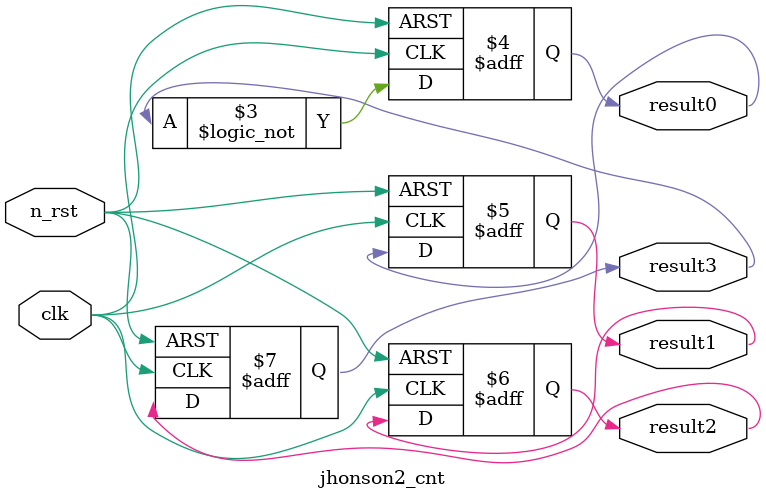
<source format=v>
module jhonson2_cnt(
    clk,
    n_rst,
    result0,
    result1,
    result2,
    result3,
);

input clk;
input n_rst;

output reg result0;
output reg result1;
output reg result2;
output reg result3;

always@(posedge clk or negedge n_rst) begin
    if(!n_rst) begin
        result0 <= 1'b0;
        result1 <= 1'b0;
        result2 <= 1'b0;
        result3 <= 1'b0;  
    end
    else begin
        result0 <= !result3;
        result1 <= result0;
        result2 <= result1;
        result3 <= result2;
    end
end

endmodule
</source>
